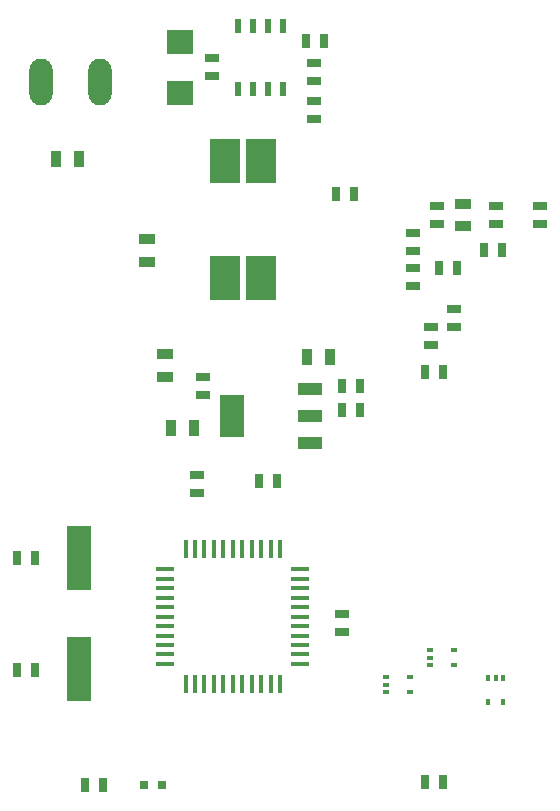
<source format=gtp>
G04 (created by PCBNEW-RS274X (2011-12-21 BZR 3253)-stable) date 08/08/2012 23:37:51*
G01*
G70*
G90*
%MOIN*%
G04 Gerber Fmt 3.4, Leading zero omitted, Abs format*
%FSLAX34Y34*%
G04 APERTURE LIST*
%ADD10C,0.006000*%
%ADD11R,0.020000X0.012000*%
%ADD12R,0.012000X0.020000*%
%ADD13R,0.035000X0.055000*%
%ADD14R,0.055000X0.035000*%
%ADD15R,0.025000X0.045000*%
%ADD16R,0.045000X0.025000*%
%ADD17R,0.031400X0.031400*%
%ADD18R,0.020000X0.045000*%
%ADD19R,0.016000X0.060000*%
%ADD20R,0.060000X0.016000*%
%ADD21O,0.078000X0.156000*%
%ADD22R,0.090600X0.078700*%
%ADD23R,0.098400X0.151600*%
%ADD24R,0.080000X0.144000*%
%ADD25R,0.080000X0.040000*%
%ADD26R,0.078700X0.216500*%
G04 APERTURE END LIST*
G54D10*
G54D11*
X33065Y-62250D03*
X33065Y-62750D03*
X33865Y-62250D03*
X33065Y-62500D03*
X33865Y-62750D03*
X34541Y-61364D03*
X34541Y-61864D03*
X35341Y-61364D03*
X34541Y-61614D03*
X35341Y-61864D03*
G54D12*
X36963Y-62297D03*
X36463Y-62297D03*
X36963Y-63097D03*
X36713Y-62297D03*
X36463Y-63097D03*
G54D13*
X22066Y-44980D03*
X22816Y-44980D03*
X26655Y-53937D03*
X25905Y-53937D03*
G54D14*
X25098Y-48406D03*
X25098Y-47656D03*
G54D13*
X30432Y-51575D03*
X31182Y-51575D03*
G54D14*
X25689Y-51495D03*
X25689Y-52245D03*
G54D15*
X23627Y-65846D03*
X23027Y-65846D03*
G54D16*
X26772Y-55507D03*
X26772Y-56107D03*
X31594Y-60733D03*
X31594Y-60133D03*
G54D15*
X31993Y-46161D03*
X31393Y-46161D03*
G54D16*
X36713Y-47150D03*
X36713Y-46550D03*
X38189Y-47150D03*
X38189Y-46550D03*
X33957Y-49217D03*
X33957Y-48617D03*
X33957Y-47436D03*
X33957Y-48036D03*
G54D15*
X30409Y-41043D03*
X31009Y-41043D03*
G54D16*
X30660Y-42379D03*
X30660Y-41779D03*
X30660Y-43058D03*
X30660Y-43658D03*
G54D15*
X34346Y-65748D03*
X34946Y-65748D03*
X36914Y-48031D03*
X36314Y-48031D03*
G54D16*
X35335Y-49995D03*
X35335Y-50595D03*
G54D15*
X34946Y-52067D03*
X34346Y-52067D03*
G54D16*
X34547Y-50586D03*
X34547Y-51186D03*
G54D15*
X34838Y-48622D03*
X35438Y-48622D03*
G54D16*
X34744Y-46550D03*
X34744Y-47150D03*
G54D15*
X31590Y-52559D03*
X32190Y-52559D03*
X31590Y-53346D03*
X32190Y-53346D03*
G54D16*
X26969Y-52859D03*
X26969Y-52259D03*
X27264Y-41629D03*
X27264Y-42229D03*
G54D15*
X21363Y-58268D03*
X20763Y-58268D03*
X28834Y-55709D03*
X29434Y-55709D03*
X21363Y-62008D03*
X20763Y-62008D03*
G54D17*
X25590Y-65846D03*
X25000Y-65846D03*
G54D18*
X28138Y-40536D03*
X28138Y-42636D03*
X28638Y-40536D03*
X29138Y-40536D03*
X29638Y-40536D03*
X28638Y-42636D03*
X29138Y-42636D03*
X29638Y-42636D03*
G54D19*
X27953Y-57986D03*
X27638Y-57986D03*
X27323Y-57986D03*
X27008Y-57986D03*
X26693Y-57986D03*
X26378Y-57986D03*
X28268Y-57986D03*
X28583Y-57986D03*
X28898Y-57986D03*
X29213Y-57986D03*
X29528Y-57986D03*
X27953Y-62486D03*
X27638Y-62486D03*
X27323Y-62486D03*
X27008Y-62486D03*
X26693Y-62486D03*
X26378Y-62486D03*
X28268Y-62486D03*
X28583Y-62486D03*
X28898Y-62486D03*
X29213Y-62486D03*
X29528Y-62486D03*
G54D20*
X25703Y-60236D03*
X30203Y-60236D03*
X25703Y-60551D03*
X30203Y-60551D03*
X30203Y-60866D03*
X25703Y-60866D03*
X25703Y-61181D03*
X30203Y-61181D03*
X30203Y-61496D03*
X25703Y-61496D03*
X25703Y-61811D03*
X30203Y-61811D03*
X30203Y-59921D03*
X25703Y-59921D03*
X25703Y-59606D03*
X30203Y-59606D03*
X30203Y-59291D03*
X25703Y-59291D03*
X25703Y-58976D03*
X30203Y-58976D03*
X30203Y-58661D03*
X25703Y-58661D03*
G54D21*
X23529Y-42421D03*
X21559Y-42421D03*
G54D22*
X26181Y-41083D03*
X26181Y-42775D03*
G54D23*
X28889Y-45041D03*
X27707Y-45041D03*
X27707Y-48959D03*
X28889Y-48959D03*
G54D24*
X27932Y-53543D03*
G54D25*
X30532Y-53543D03*
X30532Y-52643D03*
X30532Y-54443D03*
G54D26*
X22835Y-58288D03*
X22835Y-61988D03*
G54D14*
X35630Y-47225D03*
X35630Y-46475D03*
M02*

</source>
